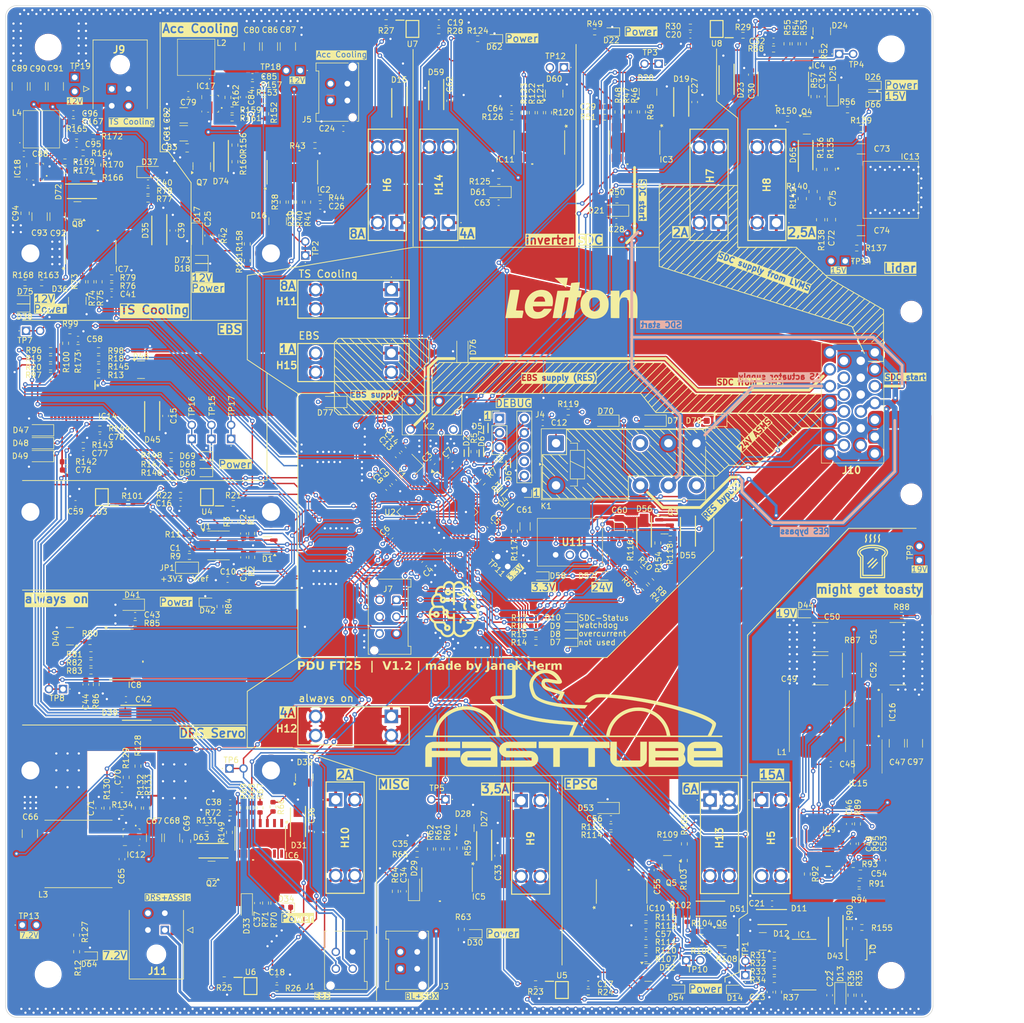
<source format=kicad_pcb>
(kicad_pcb
	(version 20240108)
	(generator "pcbnew")
	(generator_version "8.0")
	(general
		(thickness 1.6)
		(legacy_teardrops no)
	)
	(paper "A3")
	(title_block
		(title "PDU FT25")
		(date "2025-01-06")
		(rev "V1.1")
		(company "Janek Herm")
		(comment 1 "FasTTUBe Electronics")
	)
	(layers
		(0 "F.Cu" signal)
		(1 "In1.Cu" power)
		(2 "In2.Cu" signal)
		(31 "B.Cu" mixed)
		(32 "B.Adhes" user "B.Adhesive")
		(33 "F.Adhes" user "F.Adhesive")
		(34 "B.Paste" user)
		(35 "F.Paste" user)
		(36 "B.SilkS" user "B.Silkscreen")
		(37 "F.SilkS" user "F.Silkscreen")
		(38 "B.Mask" user)
		(39 "F.Mask" user)
		(40 "Dwgs.User" user "User.Drawings")
		(41 "Cmts.User" user "User.Comments")
		(42 "Eco1.User" user "User.Eco1")
		(43 "Eco2.User" user "User.Eco2")
		(44 "Edge.Cuts" user)
		(45 "Margin" user)
		(46 "B.CrtYd" user "B.Courtyard")
		(47 "F.CrtYd" user "F.Courtyard")
		(48 "B.Fab" user)
		(49 "F.Fab" user)
		(50 "User.1" user)
		(51 "User.2" user)
		(52 "User.3" user)
		(53 "User.4" user)
		(54 "User.5" user)
		(55 "User.6" user)
		(56 "User.7" user)
		(57 "User.8" user)
		(58 "User.9" user)
	)
	(setup
		(stackup
			(layer "F.SilkS"
				(type "Top Silk Screen")
			)
			(layer "F.Paste"
				(type "Top Solder Paste")
			)
			(layer "F.Mask"
				(type "Top Solder Mask")
				(thickness 0.01)
			)
			(layer "F.Cu"
				(type "copper")
				(thickness 0.035)
			)
			(layer "dielectric 1"
				(type "prepreg")
				(thickness 0.1)
				(material "FR4")
				(epsilon_r 4.5)
				(loss_tangent 0.02)
			)
			(layer "In1.Cu"
				(type "copper")
				(thickness 0.035)
			)
			(layer "dielectric 2"
				(type "core")
				(thickness 1.24)
				(material "FR4")
				(epsilon_r 4.5)
				(loss_tangent 0.02)
			)
			(layer "In2.Cu"
				(type "copper")
				(thickness 0.035)
			)
			(layer "dielectric 3"
				(type "prepreg")
				(thickness 0.1)
				(material "FR4")
				(epsilon_r 4.5)
				(loss_tangent 0.02)
			)
			(layer "B.Cu"
				(type "copper")
				(thickness 0.035)
			)
			(layer "B.Mask"
				(type "Bottom Solder Mask")
				(thickness 0.01)
			)
			(layer "B.Paste"
				(type "Bottom Solder Paste")
			)
			(layer "B.SilkS"
				(type "Bottom Silk Screen")
			)
			(copper_finish "None")
			(dielectric_constraints no)
		)
		(pad_to_mask_clearance 0)
		(allow_soldermask_bridges_in_footprints no)
		(pcbplotparams
			(layerselection 0x00010fc_ffffffff)
			(plot_on_all_layers_selection 0x0000000_00000000)
			(disableapertmacros no)
			(usegerberextensions no)
			(usegerberattributes yes)
			(usegerberadvancedattributes yes)
			(creategerberjobfile yes)
			(dashed_line_dash_ratio 12.000000)
			(dashed_line_gap_ratio 3.000000)
			(svgprecision 4)
			(plotframeref no)
			(viasonmask no)
			(mode 1)
			(useauxorigin no)
			(hpglpennumber 1)
			(hpglpenspeed 20)
			(hpglpendiameter 15.000000)
			(pdf_front_fp_property_popups yes)
			(pdf_back_fp_property_popups yes)
			(dxfpolygonmode yes)
			(dxfimperialunits yes)
			(dxfusepcbnewfont yes)
			(psnegative no)
			(psa4output no)
			(plotreference yes)
			(plotvalue yes)
			(plotfptext yes)
			(plotinvisibletext no)
			(sketchpadsonfab no)
			(subtractmaskfromsilk no)
			(outputformat 1)
			(mirror no)
			(drillshape 1)
			(scaleselection 1)
			(outputdirectory "")
		)
	)
	(net 0 "")
	(net 1 "GND")
	(net 2 "+3V3")
	(net 3 "stdCAN_H")
	(net 4 "/MCU/Vref")
	(net 5 "stdCAN_L")
	(net 6 "/MCU/NRST")
	(net 7 "Net-(D11-A2)")
	(net 8 "/powerstages/P_Out6a")
	(net 9 "/powerstages/IS4")
	(net 10 "Net-(D15-A2)")
	(net 11 "/connectors/P_Out1")
	(net 12 "/powerstages/IS1")
	(net 13 "Net-(D19-A2)")
	(net 14 "/powerstages/IS10")
	(net 15 "Net-(D23-A2)")
	(net 16 "/powerstages/P_Out9a")
	(net 17 "/powerstages/IS7")
	(net 18 "Net-(D27-A2)")
	(net 19 "/connectors/P_Out8")
	(net 20 "/powerstages/IS8")
	(net 21 "Net-(D31-A2)")
	(net 22 "/powerstages/P_Out5a")
	(net 23 "/powerstages/IS3")
	(net 24 "Net-(D35-A2)")
	(net 25 "/connectors/P_Out2")
	(net 26 "/powerstages/IS2")
	(net 27 "Net-(D39-A2)")
	(net 28 "/connectors/P_Out9")
	(net 29 "/powerstages/IS9")
	(net 30 "Net-(IC9-CBOOT)")
	(net 31 "Net-(IC9-SW)")
	(net 32 "Net-(IC9-VCC)")
	(net 33 "Net-(D43-K)")
	(net 34 "Net-(IC9-PFM{slash}SYNC)")
	(net 35 "/connectors/P_Out4")
	(net 36 "Net-(C53-Pad2)")
	(net 37 "Net-(IC9-EXTCOMP)")
	(net 38 "Net-(D51-A2)")
	(net 39 "/connectors/P_Out5")
	(net 40 "/powerstages/IS5")
	(net 41 "Net-(D56-K)")
	(net 42 "Net-(D59-A2)")
	(net 43 "/connectors/P_Out6")
	(net 44 "/powerstages/IS6")
	(net 45 "Net-(IC12-SW)")
	(net 46 "Net-(IC12-BOOT)")
	(net 47 "/connectors/P_Out3")
	(net 48 "Net-(D63-K)")
	(net 49 "Net-(IC12-FB)")
	(net 50 "Net-(IC12-SS)")
	(net 51 "/connectors/P_Out7")
	(net 52 "Net-(IC13-FB)")
	(net 53 "Net-(D65-K)")
	(net 54 "Net-(IC13-SS)")
	(net 55 "/MCU/SWCLK")
	(net 56 "/MCU/SWDIO")
	(net 57 "/MCU/UART_RX")
	(net 58 "/MCU/UART_TX")
	(net 59 "Net-(D7-A)")
	(net 60 "Net-(D8-A)")
	(net 61 "Net-(D9-A)")
	(net 62 "Net-(D10-A)")
	(net 63 "Net-(D12-A)")
	(net 64 "unconnected-(D12-NC-Pad2)")
	(net 65 "Net-(D14-A)")
	(net 66 "Net-(D16-A)")
	(net 67 "unconnected-(D16-NC-Pad2)")
	(net 68 "Net-(D18-A)")
	(net 69 "Net-(D20-A)")
	(net 70 "unconnected-(D20-NC-Pad2)")
	(net 71 "Net-(D22-A)")
	(net 72 "Net-(D24-A)")
	(net 73 "unconnected-(D24-NC-Pad2)")
	(net 74 "Net-(D26-A)")
	(net 75 "Net-(D28-A)")
	(net 76 "unconnected-(D28-NC-Pad2)")
	(net 77 "Net-(D30-A)")
	(net 78 "unconnected-(D32-NC-Pad2)")
	(net 79 "Net-(D32-A)")
	(net 80 "Net-(D34-A)")
	(net 81 "Net-(D36-A)")
	(net 82 "unconnected-(D36-NC-Pad2)")
	(net 83 "Net-(D38-A)")
	(net 84 "unconnected-(D40-NC-Pad2)")
	(net 85 "Net-(D40-A)")
	(net 86 "Net-(D42-A)")
	(net 87 "Net-(D43-A)")
	(net 88 "Net-(D44-A)")
	(net 89 "Net-(D45-A2)")
	(net 90 "/powerstages/IS11")
	(net 91 "/connectors/P_Out12")
	(net 92 "unconnected-(D52-NC-Pad2)")
	(net 93 "Net-(D52-A)")
	(net 94 "Net-(D54-A)")
	(net 95 "Net-(D56-A)")
	(net 96 "Net-(D57-A)")
	(net 97 "Net-(D58-A)")
	(net 98 "unconnected-(D60-NC-Pad2)")
	(net 99 "Net-(D60-A)")
	(net 100 "Net-(D62-A)")
	(net 101 "Net-(D63-A)")
	(net 102 "Net-(D64-A)")
	(net 103 "Net-(D65-A)")
	(net 104 "Net-(D66-A)")
	(net 105 "/connectors/P_Out11")
	(net 106 "/connectors/P_Out10")
	(net 107 "Net-(D46-A)")
	(net 108 "+24V")
	(net 109 "Net-(IC1-IS)")
	(net 110 "Net-(IC1-GND)")
	(net 111 "Net-(IC1-IN)")
	(net 112 "Net-(IC1-DEN)")
	(net 113 "Net-(IC2-IS)")
	(net 114 "Net-(IC2-IN)")
	(net 115 "Net-(IC2-DEN)")
	(net 116 "Net-(IC2-GND)")
	(net 117 "Net-(IC3-IN)")
	(net 118 "Net-(IC3-GND)")
	(net 119 "Net-(IC3-IS)")
	(net 120 "Net-(IC3-DEN)")
	(net 121 "Net-(IC4-IN)")
	(net 122 "Net-(IC4-GND)")
	(net 123 "Net-(IC4-IS)")
	(net 124 "Net-(IC4-DEN)")
	(net 125 "Net-(IC5-GND)")
	(net 126 "Net-(IC5-DEN)")
	(net 127 "Net-(IC5-IS)")
	(net 128 "Net-(IC5-IN)")
	(net 129 "Net-(IC6-GND)")
	(net 130 "Net-(IC6-IN)")
	(net 131 "Net-(IC6-DEN)")
	(net 132 "Net-(IC6-IS)")
	(net 133 "Net-(IC7-IN)")
	(net 134 "Net-(IC7-IS)")
	(net 135 "Net-(IC7-GND)")
	(net 136 "Net-(IC7-DEN)")
	(net 137 "Net-(IC8-IN)")
	(net 138 "Net-(IC8-IS)")
	(net 139 "Net-(IC8-GND)")
	(net 140 "Net-(IC8-DEN)")
	(net 141 "Net-(IC9-CNFG)")
	(net 142 "Net-(IC9-PG{slash}SYNCOUT)")
	(net 143 "Net-(IC9-RT)")
	(net 144 "Net-(IC9-ISNS+)")
	(net 145 "Net-(IC9-HO)")
	(net 146 "Net-(IC9-LO)")
	(net 147 "Net-(IC9-FB)")
	(net 148 "Net-(IC10-IS)")
	(net 149 "Net-(IC10-IN)")
	(net 150 "Net-(IC10-DEN)")
	(net 151 "Net-(IC10-GND)")
	(net 152 "Net-(IC11-DEN)")
	(net 153 "Net-(IC11-IS)")
	(net 154 "Net-(IC11-IN)")
	(net 155 "Net-(IC11-GND)")
	(net 156 "Net-(IC12-PG)")
	(net 157 "Net-(IC12-MODE)")
	(net 158 "Net-(IC12-EN)")
	(net 159 "Net-(IC13-RON)")
	(net 160 "Net-(IC13-EN)")
	(net 161 "/MCU/SWO")
	(net 162 "FDCAN_H")
	(net 163 "FDCAN_L")
	(net 164 "/RBR/SDC bypass")
	(net 165 "24V ASMS")
	(net 166 "Net-(JP1-C)")
	(net 167 "unconnected-(K1-Pad12)")
	(net 168 "unconnected-(K1-Pad24)")
	(net 169 "Net-(K1-PadA1)")
	(net 170 "unconnected-(D46-NC-Pad2)")
	(net 171 "Net-(IC14-DSEL1)")
	(net 172 "Net-(Q5-D)")
	(net 173 "Net-(Q5-G)")
	(net 174 "Net-(Q6-G)")
	(net 175 "Net-(Q6-D)")
	(net 176 "Net-(U1-Rs)")
	(net 177 "Net-(U2-PA0)")
	(net 178 "Net-(U2-BOOT0)")
	(net 179 "Net-(U2-PC0)")
	(net 180 "Net-(U2-PA11)")
	(net 181 "/MCU/CAN_RX")
	(net 182 "/MCU/CAN_TX")
	(net 183 "Net-(U2-PA12)")
	(net 184 "unconnected-(U2-PB7-Pad59)")
	(net 185 "unconnected-(U2-PA15-Pad50)")
	(net 186 "/MCU/STATUS_LED1")
	(net 187 "/MCU/STATUS_LED2")
	(net 188 "/MCU/STATUS_LED3")
	(net 189 "/MCU/STATUS_LED4")
	(net 190 "Net-(R12-Pad1)")
	(net 191 "Net-(U4A--)")
	(net 192 "/MCU/ISENSE1")
	(net 193 "Net-(U4B--)")
	(net 194 "/MCU/ISENSE2")
	(net 195 "/MCU/ISENSE3")
	(net 196 "Net-(U5A--)")
	(net 197 "Net-(U5B--)")
	(net 198 "/MCU/ISENSE4")
	(net 199 "/MCU/ISENSE5")
	(net 200 "Net-(U6A--)")
	(net 201 "Net-(U6B--)")
	(net 202 "/MCU/ISENSE6")
	(net 203 "/MCU/ISENSE7")
	(net 204 "Net-(U7A--)")
	(net 205 "Net-(U7B--)")
	(net 206 "/MCU/ISENSE8")
	(net 207 "/MCU/ISENSE9")
	(net 208 "Net-(U8A--)")
	(net 209 "Net-(U8B--)")
	(net 210 "/MCU/ISENSE10")
	(net 211 "/MCU/IN4")
	(net 212 "/MCU/IN1")
	(net 213 "/MCU/IN10")
	(net 214 "/MCU/IN7")
	(net 215 "/MCU/IN8")
	(net 216 "/MCU/IN3")
	(net 217 "/MCU/IN2")
	(net 218 "/MCU/IN9")
	(net 219 "/MCU/IN11")
	(net 220 "/MCU/IN12")
	(net 221 "/MCU/IN13")
	(net 222 "/MCU/PC_Read")
	(net 223 "/MCU/PC_EN")
	(net 224 "/MCU/IN5")
	(net 225 "/MCU/IN6")
	(net 226 "/MCU/XTAL_OUT")
	(net 227 "unconnected-(U2-PC5-Pad25)")
	(net 228 "Net-(IC14-GND)")
	(net 229 "unconnected-(U2-PC12-Pad53)")
	(net 230 "Net-(IC14-DEN)")
	(net 231 "Net-(IC14-IN2)")
	(net 232 "/MCU/XTAL_IN")
	(net 233 "unconnected-(U2-PD2-Pad54)")
	(net 234 "unconnected-(IC14-OUT3-Pad13)")
	(net 235 "Net-(IC14-IN0)")
	(net 236 "Net-(IC14-IN3)")
	(net 237 "Net-(IC14-DSEL0)")
	(net 238 "Net-(IC14-IN1)")
	(net 239 "Net-(IC14-IS)")
	(net 240 "/MCU/DSEL0")
	(net 241 "/MCU/DSEL1")
	(net 242 "Net-(U3A--)")
	(net 243 "/MCU/ISENSE11")
	(net 244 "Net-(U3B--)")
	(net 245 "unconnected-(IC9-NC_1-Pad1)")
	(net 246 "unconnected-(IC9-NC_2-Pad2)")
	(net 247 "unconnected-(IC9-NC_4-Pad23)")
	(net 248 "unconnected-(IC9-NC_3-Pad22)")
	(net 249 "unconnected-(IC9-NC_5-Pad24)")
	(net 250 "Net-(D50-A)")
	(net 251 "Net-(D68-A)")
	(net 252 "Net-(D69-A)")
	(net 253 "/connectors/P_Out14")
	(net 254 "/connectors/P_Out13")
	(net 255 "Net-(IC17-SW)")
	(net 256 "Net-(IC17-BOOT)")
	(net 257 "Net-(D72-K)")
	(net 258 "Net-(IC17-FB)")
	(net 259 "Net-(IC17-SS)")
	(net 260 "Net-(IC18-BOOT)")
	(net 261 "Net-(IC18-SW)")
	(net 262 "Net-(D74-K)")
	(net 263 "Net-(IC18-FB)")
	(net 264 "Net-(IC18-SS)")
	(net 265 "Net-(D72-A)")
	(net 266 "Net-(D73-A)")
	(net 267 "Net-(D74-A)")
	(net 268 "Net-(D75-A)")
	(net 269 "Net-(IC17-PG)")
	(net 270 "Net-(IC17-MODE)")
	(net 271 "Net-(IC17-EN)")
	(net 272 "Net-(IC18-PG)")
	(net 273 "Net-(IC18-MODE)")
	(net 274 "Net-(IC18-EN)")
	(net 275 "Net-(R151-Pad2)")
	(net 276 "Net-(R163-Pad2)")
	(net 277 "EBS supply")
	(net 278 "AS actuator supply")
	(net 279 "unconnected-(IC1-NC-Pad7)")
	(net 280 "unconnected-(IC1-NC-Pad1)")
	(net 281 "unconnected-(IC1-NC-Pad14)")
	(net 282 "unconnected-(IC1-NC-Pad8)")
	(net 283 "unconnected-(IC1-NC-Pad9)")
	(net 284 "unconnected-(IC1-NC-Pad13)")
	(net 285 "unconnected-(IC1-NC-Pad2)")
	(net 286 "unconnected-(IC2-NC-Pad2)")
	(net 287 "unconnected-(IC2-NC-Pad7)")
	(net 288 "unconnected-(IC2-NC-Pad8)")
	(net 289 "unconnected-(IC2-NC-Pad14)")
	(net 290 "unconnected-(IC2-NC-Pad1)")
	(net 291 "unconnected-(IC2-NC-Pad9)")
	(net 292 "unconnected-(IC2-NC-Pad13)")
	(net 293 "unconnected-(IC3-NC-Pad8)")
	(net 294 "unconnected-(IC3-NC-Pad1)")
	(net 295 "unconnected-(IC3-NC-Pad7)")
	(net 296 "unconnected-(IC3-NC-Pad14)")
	(net 297 "unconnected-(IC3-NC-Pad13)")
	(net 298 "unconnected-(IC3-NC-Pad9)")
	(net 299 "unconnected-(IC3-NC-Pad2)")
	(net 300 "unconnected-(IC4-NC-Pad2)")
	(net 301 "unconnected-(IC4-NC-Pad1)")
	(net 302 "unconnected-(IC4-NC-Pad13)")
	(net 303 "unconnected-(IC4-NC-Pad7)")
	(net 304 "unconnected-(IC4-NC-Pad9)")
	(net 305 "unconnected-(IC4-NC-Pad8)")
	(net 306 "unconnected-(IC4-NC-Pad14)")
	(net 307 "unconnected-(IC5-NC-Pad1)")
	(net 308 "unconnected-(IC5-NC-Pad8)")
	(net 309 "unconnected-(IC5-NC-Pad9)")
	(net 310 "unconnected-(IC5-NC-Pad14)")
	(net 311 "unconnected-(IC5-NC-Pad13)")
	(net 312 "unconnected-(IC5-NC-Pad2)")
	(net 313 "unconnected-(IC5-NC-Pad7)")
	(net 314 "unconnected-(IC6-NC-Pad14)")
	(net 315 "unconnected-(IC6-NC-Pad2)")
	(net 316 "unconnected-(IC6-NC-Pad7)")
	(net 317 "unconnected-(IC6-NC-Pad1)")
	(net 318 "unconnected-(IC6-NC-Pad9)")
	(net 319 "unconnected-(IC6-NC-Pad8)")
	(net 320 "unconnected-(IC6-NC-Pad13)")
	(net 321 "unconnected-(IC7-NC-Pad1)")
	(net 322 "unconnected-(IC7-NC-Pad9)")
	(net 323 "unconnected-(IC7-NC-Pad14)")
	(net 324 "unconnected-(IC7-NC-Pad13)")
	(net 325 "unconnected-(IC7-NC-Pad7)")
	(net 326 "unconnected-(IC7-NC-Pad8)")
	(net 327 "unconnected-(IC7-NC-Pad2)")
	(net 328 "unconnected-(IC8-NC-Pad7)")
	(net 329 "unconnected-(IC8-NC-Pad14)")
	(net 330 "unconnected-(IC8-NC-Pad9)")
	(net 331 "unconnected-(IC8-NC-Pad1)")
	(net 332 "unconnected-(IC8-NC-Pad13)")
	(net 333 "unconnected-(IC8-NC-Pad2)")
	(net 334 "unconnected-(IC8-NC-Pad8)")
	(net 335 "unconnected-(IC10-NC-Pad14)")
	(net 336 "unconnected-(IC10-NC-Pad8)")
	(net 337 "unconnected-(IC10-NC-Pad13)")
	(net 338 "unconnected-(IC10-NC-Pad9)")
	(net 339 "unconnected-(IC10-NC-Pad1)")
	(net 340 "unconnected-(IC10-NC-Pad7)")
	(net 341 "unconnected-(IC10-NC-Pad2)")
	(net 342 "unconnected-(IC11-NC-Pad1)")
	(net 343 "unconnected-(IC11-NC-Pad13)")
	(net 344 "unconnected-(IC11-NC-Pad2)")
	(net 345 "unconnected-(IC11-NC-Pad7)")
	(net 346 "unconnected-(IC11-NC-Pad9)")
	(net 347 "unconnected-(IC11-NC-Pad8)")
	(net 348 "unconnected-(IC11-NC-Pad14)")
	(net 349 "unconnected-(IC14-NC-Pad21)")
	(net 350 "unconnected-(IC14-NC-Pad19)")
	(net 351 "unconnected-(IC14-NC-Pad15)")
	(net 352 "unconnected-(IC14-NC-Pad18)")
	(net 353 "unconnected-(IC14-NC-Pad23)")
	(net 354 "unconnected-(IC14-NC-Pad22)")
	(net 355 "unconnected-(IC14-NC-Pad14)")
	(net 356 "unconnected-(IC14-NC-Pad12)")
	(net 357 "unconnected-(IC14-NC-Pad1)")
	(net 358 "unconnected-(IC14-NC-Pad16)")
	(net 359 "/EBSR/EBS power")
	(net 360 "unconnected-(U2-PC14-Pad3)")
	(net 361 "unconnected-(U2-PC15-Pad4)")
	(net 362 "unconnected-(U2-PC13-Pad2)")
	(net 363 "Net-(R100-Pad1)")
	(net 364 "/RBR/RES")
	(net 365 "TSMS SDC")
	(net 366 "unconnected-(J10-Pin_12-Pad12)")
	(net 367 "unconnected-(IC14-NC-Pad3)")
	(net 368 "unconnected-(U2-PB0-Pad26)")
	(footprint "5025:5025" (layer "F.Cu") (at 165.32 98.46 90))
	(footprint "Resistor_SMD:R_0603_1608Metric" (layer "F.Cu") (at 161.375 88.955 90))
	(footprint "Resistor_SMD:R_0603_1608Metric" (layer "F.Cu") (at 128.645 103.135 -90))
	(footprint "Capacitor_SMD:C_1210_3225Metric" (layer "F.Cu") (at 162.225 61.275 90))
	(footprint "BTT6010-1ERB:SOIC14_BTT6010-1ERB_INF" (layer "F.Cu") (at 163.019 83.649799 90))
	(footprint "824501241:DIOM5127X250N" (layer "F.Cu") (at 139.345 93.995 -90))
	(footprint "Resistor_SMD:R_0603_1608Metric" (layer "F.Cu") (at 122.555 83.275))
	(footprint "Package_TO_SOT_SMD:SOT-23" (layer "F.Cu") (at 124.75 106.535 -90))
	(footprint "Package_TO_SOT_SMD:SOT-23" (layer "F.Cu") (at 165.14 191.314998 90))
	(footprint "Resistor_SMD:R_0603_1608Metric" (layer "F.Cu") (at 135.615001 196.775 90))
	(footprint "Resistor_SMD:R_0603_1608Metric" (layer "F.Cu") (at 155.915 68.065))
	(footprint "Capacitor_SMD:C_1210_3225Metric" (layer "F.Cu") (at 143.685 76.725 180))
	(footprint "5025:5025" (layer "F.Cu") (at 122.206643 175.605057 180))
	(footprint "Resistor_SMD:R_0603_1608Metric" (layer "F.Cu") (at 150.135001 160.895 90))
	(footprint "Resistor_SMD:R_0603_1608Metric" (layer "F.Cu") (at 135.545001 189.315 -90))
	(footprint "LED_SMD:LED_0603_1608Metric" (layer "F.Cu") (at 266.295 70.155 180))
	(footprint "Package_TO_SOT_SMD:SOT-23" (layer "F.Cu") (at 123.441642 166.195058 180))
	(footprint "Resistor_SMD:R_0603_1608Metric" (layer "F.Cu") (at 127.585 77.225))
	(footprint "ESD321DYAR:SODFL1608X77N" (layer "F.Cu") (at 193.99 133.625 -90))
	(footprint "Diode_SMD:D_SOD-123F" (layer "F.Cu") (at 218.94 127.854999 180))
	(footprint "5025:5025" (layer "F.Cu") (at 114.96 217.59))
	(footprint "Resistor_SMD:R_0603_1608Metric" (layer "F.Cu") (at 147.805 200.415))
	(footprint "5025:5025" (layer "F.Cu") (at 261.38 99.44 180))
	(footprint "MountingHole:MountingHole_3.2mm_M3_DIN965_Pad" (layer "F.Cu") (at 116.41 144.08 -90))
	(footprint "Resistor_SMD:R_0603_1608Metric" (layer "F.Cu") (at 254.645 208.515 -90))
	(footprint "Resistor_SMD:R_0603_1608Metric" (layer "F.Cu") (at 264.205001 75.855))
	(footprint "Capacitor_SMD:C_0603_1608Metric" (layer "F.Cu") (at 156.795 213.675001 -90))
	(footprint "Resistor_SMD:R_0603_1608Metric" (layer "F.Cu") (at 120.005477 118.297452))
	(footprint "MountingHole:MountingHole_4.3mm_M4" (layer "F.Cu") (at 119.575 226.345))
	(footprint "Capacitor_SMD:C_1210_3225Metric" (layer "F.Cu") (at 138.414747 202.063428 90))
	(footprint "Diode_SMD:D_SOD-123F" (layer "F.Cu") (at 146.065 94.88 -90))
	(footprint "Capacitor_SMD:C_0603_1608Metric" (layer "F.Cu") (at 185.205 203.145 180))
	(footprint "Resistor_SMD:R_0603_1608Metric" (layer "F.Cu") (at 225.925 220.675))
	(footprint "Resistor_SMD:R_0603_1608Metric" (layer "F.Cu") (at 154.995 99.365 90))
	(footprint "Resistor_SMD:R_0603_1608Metric" (layer "F.Cu") (at 248.775 222.935))
	(footprint "Resistor_SMD:R_0603_1608Metric" (layer "F.Cu") (at 135.044999 163.939999 180))
	(footprint "LED_SMD:LED_0603_1608Metric" (layer "F.Cu") (at 212.335 167.295 180))
	(footprint "3SMAJ5934B-TP:DIOM5226X244N"
		(layer "F.Cu")
		(uuid "18952861-3736-4224-9120-9d6967b34620")
		(at 254.335 80.59 90)
		(descr "3SMAJ5934B-TP")
		(tags "Zener Diode")
		(property "Reference" "D65"
			(at 0.01 -2.23 90)
			(layer "F.SilkS")
			(uuid "2cfe04ff-d50f-49bc-b7
... [5569099 chars truncated]
</source>
